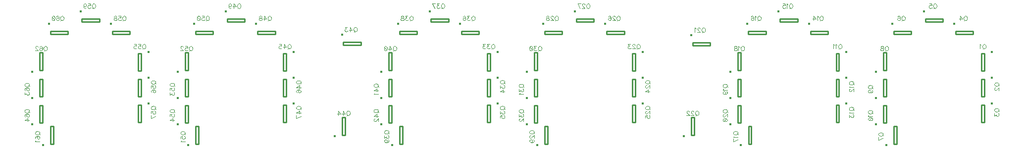
<source format=gbr>
G04 DipTrace 3.1.0.1*
G04 Top-Clock-IN12c.BottomSilk.gbr*
%MOIN*%
G04 #@! TF.FileFunction,Legend,Bot*
G04 #@! TF.Part,Single*
%ADD10C,0.009843*%
%ADD26C,0.015422*%
%ADD28C,0.015404*%
%ADD62C,0.004632*%
%FSLAX26Y26*%
G04*
G70*
G90*
G75*
G01*
G04 BotSilk*
%LPD*%
D26*
X7166381Y1588644D3*
X7116239Y1579443D2*
D10*
Y1461339D1*
X7096554D1*
Y1579443D1*
X7116239D1*
D26*
X7166381Y1415416D3*
X7116239Y1406215D2*
D10*
Y1288110D1*
X7096554D1*
Y1406215D1*
X7116239D1*
D26*
X7166381Y1242188D3*
X7116239Y1232987D2*
D10*
Y1114882D1*
X7096554D1*
Y1232987D1*
X7116239D1*
D28*
X6914348Y1778979D3*
X6923549Y1728837D2*
D10*
X7041654D1*
Y1709152D1*
X6923549D1*
Y1728837D1*
D28*
X6709623Y1861656D3*
X6718824Y1811515D2*
D10*
X6836929D1*
Y1791829D1*
X6718824D1*
Y1811515D1*
D28*
X6497025Y1778979D3*
X6506226Y1728837D2*
D10*
X6624331D1*
Y1709152D1*
X6506226D1*
Y1728837D1*
D26*
X6456296Y960017D3*
X6506438Y969218D2*
D10*
Y1087323D1*
X6526123D1*
Y969218D1*
X6506438D1*
D26*
X6385430Y1456080D3*
X6435572Y1465281D2*
D10*
Y1583386D1*
X6455257D1*
Y1465281D1*
X6435572D1*
D26*
X6385430Y1278915D3*
X6435572Y1288116D2*
D10*
Y1406220D1*
X6455257D1*
Y1288116D1*
X6435572D1*
D26*
X6385430Y1101749D3*
X6435572Y1110950D2*
D10*
Y1229055D1*
X6455257D1*
Y1110950D1*
X6435572D1*
D26*
X6188428Y1588644D3*
X6138286Y1579443D2*
D10*
Y1461339D1*
X6118601D1*
Y1579443D1*
X6138286D1*
D26*
X6188428Y1415416D3*
X6138286Y1406215D2*
D10*
Y1288110D1*
X6118601D1*
Y1406215D1*
X6138286D1*
D26*
X6188428Y1242188D3*
X6138286Y1232987D2*
D10*
Y1114882D1*
X6118601D1*
Y1232987D1*
X6138286D1*
D28*
X5936395Y1778979D3*
X5945596Y1728837D2*
D10*
X6063701D1*
Y1709152D1*
X5945596D1*
Y1728837D1*
D28*
X5731671Y1861656D3*
X5740871Y1811515D2*
D10*
X5858976D1*
Y1791829D1*
X5740871D1*
Y1811515D1*
D28*
X5519072Y1778979D3*
X5528273Y1728837D2*
D10*
X5646378D1*
Y1709152D1*
X5528273D1*
Y1728837D1*
D26*
X5478344Y960017D3*
X5528485Y969218D2*
D10*
Y1087323D1*
X5548171D1*
Y969218D1*
X5528485D1*
D26*
X5407477Y1456080D3*
X5457619Y1465281D2*
D10*
Y1583386D1*
X5477305D1*
Y1465281D1*
X5457619D1*
D26*
X5407477Y1278915D3*
X5457619Y1288116D2*
D10*
Y1406220D1*
X5477305D1*
Y1288116D1*
X5457619D1*
D26*
X5407477Y1101749D3*
X5457619Y1110950D2*
D10*
Y1229055D1*
X5477305D1*
Y1110950D1*
X5457619D1*
D28*
X5142694Y1700063D3*
X5151895Y1649921D2*
D10*
X5270000D1*
Y1630236D1*
X5151895D1*
Y1649921D1*
D26*
X5093480Y1020647D3*
X5143622Y1029848D2*
D10*
Y1147953D1*
X5163307D1*
Y1029848D1*
X5143622D1*
D26*
X4816775Y1588644D3*
X4766633Y1579443D2*
D10*
Y1461339D1*
X4746947D1*
Y1579443D1*
X4766633D1*
D26*
X4816775Y1415416D3*
X4766633Y1406215D2*
D10*
Y1288110D1*
X4746947D1*
Y1406215D1*
X4766633D1*
D26*
X4816775Y1242188D3*
X4766633Y1232987D2*
D10*
Y1114882D1*
X4746947D1*
Y1232987D1*
X4766633D1*
D28*
X4564742Y1778979D3*
X4573942Y1728837D2*
D10*
X4692047D1*
Y1709152D1*
X4573942D1*
Y1728837D1*
D28*
X4360017Y1861656D3*
X4369218Y1811515D2*
D10*
X4487323D1*
Y1791829D1*
X4369218D1*
Y1811515D1*
D28*
X4147419Y1778979D3*
X4156620Y1728837D2*
D10*
X4274724D1*
Y1709152D1*
X4156620D1*
Y1728837D1*
D26*
X4106690Y960017D3*
X4156832Y969218D2*
D10*
Y1087323D1*
X4176517D1*
Y969218D1*
X4156832D1*
D26*
X4035824Y1456080D3*
X4085966Y1465281D2*
D10*
Y1583386D1*
X4105651D1*
Y1465281D1*
X4085966D1*
D26*
X4035824Y1278915D3*
X4085966Y1288116D2*
D10*
Y1406220D1*
X4105651D1*
Y1288116D1*
X4085966D1*
D26*
X4035824Y1101749D3*
X4085966Y1110950D2*
D10*
Y1229055D1*
X4105651D1*
Y1110950D1*
X4085966D1*
D26*
X3838822Y1588644D3*
X3788680Y1579443D2*
D10*
Y1461339D1*
X3768995D1*
Y1579443D1*
X3788680D1*
D26*
X3838822Y1415416D3*
X3788680Y1406215D2*
D10*
Y1288110D1*
X3768995D1*
Y1406215D1*
X3788680D1*
D26*
X3838822Y1242188D3*
X3788680Y1232987D2*
D10*
Y1114882D1*
X3768995D1*
Y1232987D1*
X3788680D1*
D28*
X3586789Y1778979D3*
X3595990Y1728837D2*
D10*
X3714094D1*
Y1709152D1*
X3595990D1*
Y1728837D1*
D28*
X3382064Y1861656D3*
X3391265Y1811515D2*
D10*
X3509370D1*
Y1791829D1*
X3391265D1*
Y1811515D1*
D28*
X3169466Y1778979D3*
X3178667Y1728837D2*
D10*
X3296772D1*
Y1709152D1*
X3178667D1*
Y1728837D1*
D26*
X3128737Y960017D3*
X3178879Y969218D2*
D10*
Y1087323D1*
X3198564D1*
Y969218D1*
X3178879D1*
D26*
X3057871Y1456080D3*
X3108013Y1465281D2*
D10*
Y1583386D1*
X3127698D1*
Y1465281D1*
X3108013D1*
D26*
X3057871Y1278915D3*
X3108013Y1288116D2*
D10*
Y1406220D1*
X3127698D1*
Y1288116D1*
X3108013D1*
D26*
X3057871Y1101749D3*
X3108013Y1110950D2*
D10*
Y1229055D1*
X3127698D1*
Y1110950D1*
X3108013D1*
D28*
X2792301Y1704000D3*
X2801501Y1653858D2*
D10*
X2919606D1*
Y1634173D1*
X2801501D1*
Y1653858D1*
D26*
X2743874Y1020647D3*
X2794016Y1029848D2*
D10*
Y1147953D1*
X2813701D1*
Y1029848D1*
X2794016D1*
D26*
X2467168Y1588644D3*
X2417026Y1579443D2*
D10*
Y1461339D1*
X2397341D1*
Y1579443D1*
X2417026D1*
D26*
X2467168Y1415416D3*
X2417026Y1406215D2*
D10*
Y1288110D1*
X2397341D1*
Y1406215D1*
X2417026D1*
D26*
X2467168Y1242188D3*
X2417026Y1232987D2*
D10*
Y1114882D1*
X2397341D1*
Y1232987D1*
X2417026D1*
D28*
X2215135Y1778979D3*
X2224336Y1728837D2*
D10*
X2342441D1*
Y1709152D1*
X2224336D1*
Y1728837D1*
D28*
X2010411Y1861656D3*
X2019612Y1811515D2*
D10*
X2137717D1*
Y1791829D1*
X2019612D1*
Y1811515D1*
D28*
X1797812Y1778979D3*
X1807013Y1728837D2*
D10*
X1925118D1*
Y1709152D1*
X1807013D1*
Y1728837D1*
D26*
X1757084Y960017D3*
X1807226Y969218D2*
D10*
Y1087323D1*
X1826911D1*
Y969218D1*
X1807226D1*
D26*
X1686218Y1456080D3*
X1736359Y1465281D2*
D10*
Y1583386D1*
X1756045D1*
Y1465281D1*
X1736359D1*
D26*
X1686218Y1278915D3*
X1736359Y1288116D2*
D10*
Y1406220D1*
X1756045D1*
Y1288116D1*
X1736359D1*
D26*
X1686218Y1101749D3*
X1736359Y1110950D2*
D10*
Y1229055D1*
X1756045D1*
Y1110950D1*
X1736359D1*
D26*
X1489215Y1588644D3*
X1439074Y1579443D2*
D10*
Y1461339D1*
X1419388D1*
Y1579443D1*
X1439074D1*
D26*
X1489215Y1415416D3*
X1439074Y1406215D2*
D10*
Y1288110D1*
X1419388D1*
Y1406215D1*
X1439074D1*
D26*
X1489215Y1242188D3*
X1439074Y1232987D2*
D10*
Y1114882D1*
X1419388D1*
Y1232987D1*
X1439074D1*
D28*
X1237183Y1778979D3*
X1246383Y1728837D2*
D10*
X1364488D1*
Y1709152D1*
X1246383D1*
Y1728837D1*
D28*
X1032458Y1861656D3*
X1041659Y1811515D2*
D10*
X1159764D1*
Y1791829D1*
X1041659D1*
Y1811515D1*
D28*
X819860Y1778979D3*
X829060Y1728837D2*
D10*
X947165D1*
Y1709152D1*
X829060D1*
Y1728837D1*
D26*
X779131Y960017D3*
X829273Y969218D2*
D10*
Y1087323D1*
X848958D1*
Y969218D1*
X829273D1*
D26*
X708265Y1456080D3*
X758407Y1465281D2*
D10*
Y1583386D1*
X778092D1*
Y1465281D1*
X758407D1*
D26*
X708265Y1278915D3*
X758407Y1288116D2*
D10*
Y1406220D1*
X778092D1*
Y1288116D1*
X758407D1*
D26*
X708265Y1101749D3*
X758407Y1110950D2*
D10*
Y1229055D1*
X778092D1*
Y1110950D1*
X758407D1*
X7118370Y1640280D2*
D62*
X7121222Y1638888D1*
X7124107Y1636002D1*
X7125533Y1633117D1*
X7126992Y1628806D1*
Y1621643D1*
X7125533Y1617332D1*
X7124107Y1614480D1*
X7121222Y1611595D1*
X7118370Y1610169D1*
X7112633D1*
X7109748Y1611595D1*
X7106896Y1614480D1*
X7105470Y1617332D1*
X7104011Y1621643D1*
Y1628806D1*
X7105470Y1633117D1*
X7106896Y1636002D1*
X7109748Y1638888D1*
X7112633Y1640280D1*
X7118370D1*
X7114059Y1615906D2*
X7105470Y1607284D1*
X7094747Y1634510D2*
X7091862Y1635969D1*
X7087551Y1640247D1*
Y1610136D1*
X7184267Y1373162D2*
X7185660Y1376014D1*
X7188545Y1378899D1*
X7191430Y1380325D1*
X7195741Y1381785D1*
X7202904D1*
X7207215Y1380325D1*
X7210067Y1378899D1*
X7212952Y1376014D1*
X7214378Y1373162D1*
Y1367425D1*
X7212952Y1364540D1*
X7210067Y1361689D1*
X7207215Y1360263D1*
X7202904Y1358803D1*
X7195741D1*
X7191430Y1360263D1*
X7188545Y1361689D1*
X7185660Y1364540D1*
X7184267Y1367426D1*
Y1373162D1*
X7208641Y1368851D2*
X7217263Y1360263D1*
X7191463Y1348081D2*
X7190037D1*
X7187152Y1346655D1*
X7185726Y1345229D1*
X7184300Y1342344D1*
Y1336607D1*
X7185726Y1333755D1*
X7187152Y1332329D1*
X7190037Y1330870D1*
X7192889D1*
X7195774Y1332329D1*
X7200052Y1335181D1*
X7214411Y1349540D1*
Y1329444D1*
X7184267Y1199934D2*
X7185660Y1202786D1*
X7188545Y1205671D1*
X7191430Y1207097D1*
X7195741Y1208556D1*
X7202904D1*
X7207215Y1207097D1*
X7210067Y1205671D1*
X7212952Y1202786D1*
X7214378Y1199934D1*
Y1194197D1*
X7212952Y1191312D1*
X7210067Y1188460D1*
X7207215Y1187034D1*
X7202904Y1185575D1*
X7195741D1*
X7191430Y1187034D1*
X7188545Y1188460D1*
X7185660Y1191312D1*
X7184267Y1194197D1*
Y1199934D1*
X7208641Y1195623D2*
X7217263Y1187034D1*
X7184300Y1173427D2*
Y1157675D1*
X7195774Y1166264D1*
Y1161953D1*
X7197200Y1159101D1*
X7198626Y1157675D1*
X7202937Y1156216D1*
X7205789D1*
X7210100Y1157675D1*
X7212985Y1160527D1*
X7214411Y1164838D1*
Y1169149D1*
X7212985Y1173426D1*
X7211526Y1174852D1*
X7208674Y1176312D1*
X6992411Y1830624D2*
X6995263Y1829231D1*
X6998148Y1826346D1*
X6999574Y1823461D1*
X7001033Y1819150D1*
Y1811987D1*
X6999574Y1807676D1*
X6998148Y1804824D1*
X6995263Y1801939D1*
X6992411Y1800513D1*
X6986674D1*
X6983789Y1801939D1*
X6980937Y1804824D1*
X6979511Y1807676D1*
X6978052Y1811987D1*
Y1819150D1*
X6979511Y1823461D1*
X6980937Y1826346D1*
X6983789Y1829231D1*
X6986674Y1830624D1*
X6992411D1*
X6988100Y1806250D2*
X6979511Y1797628D1*
X6954429Y1800480D2*
Y1830591D1*
X6968788Y1810528D1*
X6947266D1*
X6786973Y1913301D2*
X6789825Y1911909D1*
X6792710Y1909023D1*
X6794136Y1906138D1*
X6795596Y1901827D1*
Y1894664D1*
X6794136Y1890353D1*
X6792710Y1887501D1*
X6789825Y1884616D1*
X6786973Y1883190D1*
X6781236D1*
X6778351Y1884616D1*
X6775500Y1887501D1*
X6774074Y1890353D1*
X6772614Y1894664D1*
Y1901827D1*
X6774074Y1906138D1*
X6775500Y1909023D1*
X6778351Y1911909D1*
X6781236Y1913301D1*
X6786973D1*
X6782662Y1888927D2*
X6774074Y1880305D1*
X6746140Y1913268D2*
X6760466D1*
X6761892Y1900368D1*
X6760466Y1901794D1*
X6756155Y1903253D1*
X6751877D1*
X6747566Y1901794D1*
X6744681Y1898942D1*
X6743255Y1894631D1*
Y1891779D1*
X6744681Y1887468D1*
X6747566Y1884583D1*
X6751877Y1883157D1*
X6756155D1*
X6760466Y1884583D1*
X6761892Y1886042D1*
X6763351Y1888894D1*
X6573645Y1830624D2*
X6576497Y1829231D1*
X6579382Y1826346D1*
X6580808Y1823461D1*
X6582268Y1819150D1*
Y1811987D1*
X6580808Y1807676D1*
X6579382Y1804824D1*
X6576497Y1801939D1*
X6573645Y1800513D1*
X6567909D1*
X6565023Y1801939D1*
X6562172Y1804824D1*
X6560746Y1807676D1*
X6559286Y1811987D1*
Y1819150D1*
X6560746Y1823461D1*
X6562172Y1826346D1*
X6565023Y1829231D1*
X6567909Y1830624D1*
X6573645D1*
X6569334Y1806250D2*
X6560746Y1797628D1*
X6532812Y1826313D2*
X6534238Y1829165D1*
X6538549Y1830591D1*
X6541401D1*
X6545712Y1829165D1*
X6548597Y1824854D1*
X6550023Y1817691D1*
Y1810528D1*
X6548597Y1804791D1*
X6545712Y1801906D1*
X6541401Y1800480D1*
X6539975D1*
X6535697Y1801906D1*
X6532812Y1804791D1*
X6531386Y1809102D1*
Y1810528D1*
X6532812Y1814839D1*
X6535697Y1817691D1*
X6539975Y1819117D1*
X6541401D1*
X6545712Y1817691D1*
X6548597Y1814839D1*
X6550023Y1810528D1*
X6404652Y1037367D2*
X6406044Y1040219D1*
X6408929Y1043104D1*
X6411814Y1044530D1*
X6416125Y1045989D1*
X6423288D1*
X6427599Y1044530D1*
X6430451Y1043104D1*
X6433336Y1040219D1*
X6434762Y1037367D1*
Y1031630D1*
X6433336Y1028745D1*
X6430451Y1025893D1*
X6427599Y1024467D1*
X6423288Y1023008D1*
X6416125D1*
X6411814Y1024467D1*
X6408929Y1025893D1*
X6406044Y1028745D1*
X6404652Y1031630D1*
Y1037367D1*
X6429025Y1033056D2*
X6437647Y1024467D1*
X6434796Y1008008D2*
X6404685Y993649D1*
Y1013745D1*
X6462071Y1627320D2*
X6464923Y1625927D1*
X6467808Y1623042D1*
X6469234Y1620157D1*
X6470693Y1615846D1*
Y1608683D1*
X6469234Y1604372D1*
X6467808Y1601520D1*
X6464923Y1598635D1*
X6462071Y1597209D1*
X6456334D1*
X6453449Y1598635D1*
X6450597Y1601520D1*
X6449171Y1604372D1*
X6447712Y1608683D1*
Y1615846D1*
X6449171Y1620157D1*
X6450597Y1623042D1*
X6453449Y1625927D1*
X6456334Y1627320D1*
X6462071D1*
X6457760Y1602946D2*
X6449171Y1594324D1*
X6431286Y1627287D2*
X6435563Y1625861D1*
X6437023Y1623009D1*
Y1620124D1*
X6435563Y1617272D1*
X6432712Y1615813D1*
X6426975Y1614387D1*
X6422664Y1612961D1*
X6419812Y1610076D1*
X6418386Y1607224D1*
Y1602913D1*
X6419812Y1600061D1*
X6421238Y1598602D1*
X6425549Y1597176D1*
X6431286D1*
X6435563Y1598602D1*
X6437023Y1600061D1*
X6438448Y1602913D1*
Y1607224D1*
X6437023Y1610076D1*
X6434137Y1612961D1*
X6429860Y1614387D1*
X6424123Y1615813D1*
X6421238Y1617272D1*
X6419812Y1620124D1*
Y1623009D1*
X6421238Y1625861D1*
X6425549Y1627287D1*
X6431286D1*
X6333785Y1355552D2*
X6335178Y1358404D1*
X6338063Y1361289D1*
X6340948Y1362715D1*
X6345259Y1364174D1*
X6352422D1*
X6356733Y1362715D1*
X6359585Y1361289D1*
X6362470Y1358404D1*
X6363896Y1355552D1*
Y1349815D1*
X6362470Y1346930D1*
X6359585Y1344078D1*
X6356733Y1342652D1*
X6352422Y1341193D1*
X6345259D1*
X6340948Y1342652D1*
X6338063Y1344078D1*
X6335178Y1346930D1*
X6333785Y1349815D1*
Y1355552D1*
X6358159Y1351241D2*
X6366781Y1342652D1*
X6343833Y1313259D2*
X6348144Y1314718D1*
X6351029Y1317570D1*
X6352455Y1321881D1*
Y1323307D1*
X6351029Y1327618D1*
X6348144Y1330470D1*
X6343833Y1331929D1*
X6342407D1*
X6338096Y1330470D1*
X6335244Y1327618D1*
X6333819Y1323307D1*
Y1321881D1*
X6335244Y1317570D1*
X6338096Y1314718D1*
X6343833Y1313259D1*
X6351029D1*
X6358192Y1314718D1*
X6362503Y1317570D1*
X6363929Y1321881D1*
Y1324733D1*
X6362503Y1329044D1*
X6359618Y1330470D1*
X6333785Y1187329D2*
X6335178Y1190181D1*
X6338063Y1193066D1*
X6340948Y1194492D1*
X6345259Y1195951D1*
X6352422D1*
X6356733Y1194492D1*
X6359585Y1193066D1*
X6362470Y1190181D1*
X6363896Y1187329D1*
Y1181592D1*
X6362470Y1178707D1*
X6359585Y1175855D1*
X6356733Y1174429D1*
X6352422Y1172970D1*
X6345259D1*
X6340948Y1174429D1*
X6338063Y1175855D1*
X6335178Y1178707D1*
X6333785Y1181592D1*
Y1187329D1*
X6358159Y1183018D2*
X6366781Y1174429D1*
X6339556Y1163707D2*
X6338096Y1160822D1*
X6333819Y1156511D1*
X6363929D1*
X6333819Y1138625D2*
X6335244Y1142936D1*
X6339556Y1145821D1*
X6346718Y1147247D1*
X6351029D1*
X6358192Y1145821D1*
X6362503Y1142936D1*
X6363929Y1138625D1*
Y1135773D1*
X6362503Y1131462D1*
X6358192Y1128610D1*
X6351029Y1127151D1*
X6346718D1*
X6339555Y1128610D1*
X6335244Y1131462D1*
X6333819Y1135773D1*
Y1138625D1*
X6339555Y1128610D2*
X6358192Y1145821D1*
X6148647Y1640280D2*
X6151499Y1638888D1*
X6154384Y1636002D1*
X6155810Y1633117D1*
X6157269Y1628806D1*
Y1621643D1*
X6155810Y1617332D1*
X6154384Y1614480D1*
X6151499Y1611595D1*
X6148647Y1610169D1*
X6142910D1*
X6140025Y1611595D1*
X6137173Y1614480D1*
X6135747Y1617332D1*
X6134288Y1621643D1*
Y1628806D1*
X6135747Y1633117D1*
X6137173Y1636002D1*
X6140025Y1638888D1*
X6142910Y1640280D1*
X6148647D1*
X6144336Y1615906D2*
X6135747Y1607284D1*
X6125024Y1634510D2*
X6122139Y1635969D1*
X6117828Y1640247D1*
Y1610136D1*
X6108565Y1634510D2*
X6105680Y1635969D1*
X6101369Y1640247D1*
Y1610136D1*
X6206314Y1381392D2*
X6207707Y1384244D1*
X6210592Y1387129D1*
X6213477Y1388555D1*
X6217788Y1390014D1*
X6224951D1*
X6229262Y1388555D1*
X6232114Y1387129D1*
X6234999Y1384244D1*
X6236425Y1381392D1*
Y1375655D1*
X6234999Y1372770D1*
X6232114Y1369918D1*
X6229262Y1368492D1*
X6224951Y1367033D1*
X6217788D1*
X6213477Y1368492D1*
X6210592Y1369918D1*
X6207707Y1372770D1*
X6206314Y1375655D1*
Y1381392D1*
X6230688Y1377081D2*
X6239310Y1368492D1*
X6212085Y1357770D2*
X6210625Y1354885D1*
X6206348Y1350574D1*
X6236458D1*
X6213510Y1339851D2*
X6212085D1*
X6209199Y1338425D1*
X6207773Y1336999D1*
X6206348Y1334114D1*
Y1328377D1*
X6207773Y1325525D1*
X6209199Y1324099D1*
X6212084Y1322640D1*
X6214936D1*
X6217821Y1324099D1*
X6222099Y1326951D1*
X6236458Y1341310D1*
Y1321214D1*
X6206314Y1208164D2*
X6207707Y1211016D1*
X6210592Y1213901D1*
X6213477Y1215327D1*
X6217788Y1216786D1*
X6224951D1*
X6229262Y1215327D1*
X6232114Y1213901D1*
X6234999Y1211016D1*
X6236425Y1208164D1*
Y1202427D1*
X6234999Y1199542D1*
X6232114Y1196690D1*
X6229262Y1195264D1*
X6224951Y1193805D1*
X6217788D1*
X6213477Y1195264D1*
X6210592Y1196690D1*
X6207707Y1199542D1*
X6206314Y1202427D1*
Y1208164D1*
X6230688Y1203853D2*
X6239310Y1195264D1*
X6212085Y1184541D2*
X6210625Y1181656D1*
X6206348Y1177345D1*
X6236458D1*
X6206348Y1165197D2*
X6206347Y1149445D1*
X6217821Y1158034D1*
Y1153723D1*
X6219247Y1150871D1*
X6220673Y1149445D1*
X6224984Y1147986D1*
X6227836D1*
X6232147Y1149445D1*
X6235032Y1152297D1*
X6236458Y1156608D1*
Y1160919D1*
X6235032Y1165197D1*
X6233573Y1166623D1*
X6230721Y1168082D1*
X6022688Y1830624D2*
X6025540Y1829231D1*
X6028425Y1826346D1*
X6029851Y1823461D1*
X6031310Y1819150D1*
Y1811987D1*
X6029851Y1807676D1*
X6028425Y1804824D1*
X6025540Y1801939D1*
X6022688Y1800513D1*
X6016951D1*
X6014066Y1801939D1*
X6011214Y1804824D1*
X6009788Y1807676D1*
X6008329Y1811987D1*
Y1819150D1*
X6009788Y1823461D1*
X6011214Y1826346D1*
X6014066Y1829231D1*
X6016951Y1830624D1*
X6022688D1*
X6018377Y1806250D2*
X6009788Y1797628D1*
X5999065Y1824854D2*
X5996180Y1826313D1*
X5991869Y1830591D1*
Y1800480D1*
X5968247D2*
Y1830591D1*
X5982606Y1810528D1*
X5961084D1*
X5817251Y1913301D2*
X5820102Y1911909D1*
X5822988Y1909023D1*
X5824413Y1906138D1*
X5825873Y1901827D1*
Y1894664D1*
X5824413Y1890353D1*
X5822988Y1887501D1*
X5820102Y1884616D1*
X5817251Y1883190D1*
X5811514D1*
X5808628Y1884616D1*
X5805777Y1887501D1*
X5804351Y1890353D1*
X5802892Y1894664D1*
Y1901827D1*
X5804351Y1906138D1*
X5805777Y1909023D1*
X5808628Y1911909D1*
X5811514Y1913301D1*
X5817251D1*
X5812940Y1888927D2*
X5804351Y1880305D1*
X5793628Y1907531D2*
X5790743Y1908990D1*
X5786432Y1913268D1*
Y1883157D1*
X5759957Y1913268D2*
X5774283D1*
X5775709Y1900368D1*
X5774283Y1901794D1*
X5769972Y1903253D1*
X5765694D1*
X5761383Y1901794D1*
X5758498Y1898942D1*
X5757072Y1894631D1*
Y1891779D1*
X5758498Y1887468D1*
X5761383Y1884583D1*
X5765694Y1883157D1*
X5769972D1*
X5774283Y1884583D1*
X5775709Y1886042D1*
X5777168Y1888894D1*
X5603923Y1830624D2*
X5606774Y1829231D1*
X5609660Y1826346D1*
X5611085Y1823461D1*
X5612545Y1819150D1*
Y1811987D1*
X5611085Y1807676D1*
X5609660Y1804824D1*
X5606774Y1801939D1*
X5603923Y1800513D1*
X5598186D1*
X5595300Y1801939D1*
X5592449Y1804824D1*
X5591023Y1807676D1*
X5589564Y1811987D1*
Y1819150D1*
X5591023Y1823461D1*
X5592449Y1826346D1*
X5595300Y1829231D1*
X5598186Y1830624D1*
X5603923D1*
X5599612Y1806250D2*
X5591023Y1797628D1*
X5580300Y1824854D2*
X5577415Y1826313D1*
X5573104Y1830591D1*
Y1800480D1*
X5546629Y1826313D2*
X5548055Y1829165D1*
X5552366Y1830591D1*
X5555218D1*
X5559529Y1829165D1*
X5562414Y1824854D1*
X5563840Y1817691D1*
Y1810528D1*
X5562414Y1804791D1*
X5559529Y1801906D1*
X5555218Y1800480D1*
X5553792D1*
X5549514Y1801906D1*
X5546629Y1804791D1*
X5545203Y1809102D1*
Y1810528D1*
X5546629Y1814839D1*
X5549514Y1817691D1*
X5553792Y1819117D1*
X5555218D1*
X5559529Y1817691D1*
X5562414Y1814839D1*
X5563840Y1810528D1*
X5426699Y1045597D2*
X5428092Y1048449D1*
X5430977Y1051334D1*
X5433862Y1052760D1*
X5438173Y1054219D1*
X5445336D1*
X5449647Y1052760D1*
X5452499Y1051334D1*
X5455384Y1048449D1*
X5456810Y1045597D1*
Y1039860D1*
X5455384Y1036975D1*
X5452499Y1034123D1*
X5449647Y1032697D1*
X5445336Y1031238D1*
X5438173D1*
X5433862Y1032697D1*
X5430977Y1034123D1*
X5428092Y1036975D1*
X5426699Y1039860D1*
Y1045597D1*
X5451073Y1041286D2*
X5459695Y1032697D1*
X5432469Y1021974D2*
X5431010Y1019089D1*
X5426732Y1014778D1*
X5456843D1*
Y999778D2*
X5426732Y985419D1*
Y1005515D1*
X5492348Y1627320D2*
X5495200Y1625927D1*
X5498085Y1623042D1*
X5499511Y1620157D1*
X5500970Y1615846D1*
Y1608683D1*
X5499511Y1604372D1*
X5498085Y1601520D1*
X5495200Y1598635D1*
X5492348Y1597209D1*
X5486611D1*
X5483726Y1598635D1*
X5480874Y1601520D1*
X5479448Y1604372D1*
X5477989Y1608683D1*
Y1615846D1*
X5479448Y1620157D1*
X5480874Y1623042D1*
X5483726Y1625927D1*
X5486611Y1627320D1*
X5492348D1*
X5488037Y1602946D2*
X5479448Y1594324D1*
X5468726Y1621550D2*
X5465840Y1623009D1*
X5461529Y1627287D1*
Y1597176D1*
X5445103Y1627287D2*
X5449381Y1625861D1*
X5450840Y1623009D1*
Y1620124D1*
X5449381Y1617272D1*
X5446529Y1615813D1*
X5440792Y1614387D1*
X5436481Y1612961D1*
X5433629Y1610076D1*
X5432203Y1607224D1*
Y1602913D1*
X5433629Y1600061D1*
X5435055Y1598602D1*
X5439366Y1597176D1*
X5445103D1*
X5449381Y1598602D1*
X5450840Y1600061D1*
X5452266Y1602913D1*
Y1607224D1*
X5450840Y1610076D1*
X5447955Y1612961D1*
X5443677Y1614387D1*
X5437940Y1615813D1*
X5435055Y1617272D1*
X5433629Y1620124D1*
Y1623009D1*
X5435055Y1625861D1*
X5439366Y1627287D1*
X5445103D1*
X5355833Y1363782D2*
X5357225Y1366634D1*
X5360110Y1369519D1*
X5362996Y1370945D1*
X5367307Y1372404D1*
X5374469D1*
X5378781Y1370945D1*
X5381632Y1369519D1*
X5384517Y1366634D1*
X5385943Y1363782D1*
Y1358045D1*
X5384517Y1355160D1*
X5381632Y1352308D1*
X5378781Y1350882D1*
X5374469Y1349423D1*
X5367307D1*
X5362996Y1350882D1*
X5360110Y1352308D1*
X5357225Y1355160D1*
X5355833Y1358045D1*
Y1363782D1*
X5380206Y1359471D2*
X5388828Y1350882D1*
X5361603Y1340159D2*
X5360144Y1337274D1*
X5355866Y1332963D1*
X5385977D1*
X5365881Y1305030D2*
X5370192Y1306489D1*
X5373077Y1309341D1*
X5374503Y1313652D1*
Y1315077D1*
X5373077Y1319389D1*
X5370192Y1322240D1*
X5365881Y1323700D1*
X5364455D1*
X5360144Y1322240D1*
X5357292Y1319389D1*
X5355866Y1315078D1*
Y1313652D1*
X5357292Y1309341D1*
X5360144Y1306489D1*
X5365881Y1305030D1*
X5373077D1*
X5380240Y1306489D1*
X5384551Y1309341D1*
X5385977Y1313652D1*
Y1316503D1*
X5384551Y1320814D1*
X5381666Y1322240D1*
X5355833Y1193779D2*
X5357225Y1196631D1*
X5360110Y1199516D1*
X5362996Y1200942D1*
X5367307Y1202401D1*
X5374469D1*
X5378780Y1200942D1*
X5381632Y1199516D1*
X5384517Y1196631D1*
X5385943Y1193779D1*
Y1188042D1*
X5384517Y1185157D1*
X5381632Y1182305D1*
X5378781Y1180879D1*
X5374469Y1179420D1*
X5367307D1*
X5362996Y1180879D1*
X5360110Y1182305D1*
X5357225Y1185157D1*
X5355833Y1188042D1*
Y1193779D1*
X5380206Y1189468D2*
X5388828Y1180879D1*
X5363029Y1168698D2*
X5361603D1*
X5358718Y1167272D1*
X5357292Y1165846D1*
X5355866Y1162961D1*
Y1157224D1*
X5357292Y1154372D1*
X5358718Y1152946D1*
X5361603Y1151487D1*
X5364455D1*
X5367340Y1152946D1*
X5371618Y1155798D1*
X5385977Y1170157D1*
Y1150061D1*
X5355866Y1132175D2*
X5357292Y1136486D1*
X5361603Y1139371D1*
X5368766Y1140797D1*
X5373077D1*
X5380240Y1139371D1*
X5384551Y1136486D1*
X5385977Y1132175D1*
Y1129323D1*
X5384551Y1125012D1*
X5380240Y1122160D1*
X5373077Y1120701D1*
X5368766D1*
X5361603Y1122160D1*
X5357292Y1125012D1*
X5355866Y1129323D1*
Y1132175D1*
X5361603Y1122160D2*
X5380240Y1139371D1*
X5228274Y1751708D2*
X5231126Y1750315D1*
X5234011Y1747430D1*
X5235437Y1744545D1*
X5236896Y1740234D1*
Y1733071D1*
X5235437Y1728760D1*
X5234011Y1725908D1*
X5231126Y1723023D1*
X5228274Y1721597D1*
X5222537D1*
X5219652Y1723023D1*
X5216800Y1725908D1*
X5215374Y1728760D1*
X5213915Y1733071D1*
Y1740234D1*
X5215374Y1744545D1*
X5216800Y1747430D1*
X5219652Y1750315D1*
X5222537Y1751708D1*
X5228274D1*
X5223963Y1727334D2*
X5215374Y1718712D1*
X5203192Y1744512D2*
Y1745938D1*
X5201767Y1748823D1*
X5200341Y1750249D1*
X5197455Y1751675D1*
X5191719D1*
X5188867Y1750249D1*
X5187441Y1748823D1*
X5185982Y1745938D1*
Y1743086D1*
X5187441Y1740201D1*
X5190293Y1735923D1*
X5204652Y1721564D1*
X5184556D1*
X5175292Y1745938D2*
X5172407Y1747397D1*
X5168096Y1751675D1*
Y1721564D1*
X5184817Y1191887D2*
X5187669Y1190494D1*
X5190554Y1187609D1*
X5191980Y1184724D1*
X5193439Y1180413D1*
Y1173250D1*
X5191980Y1168939D1*
X5190554Y1166087D1*
X5187669Y1163202D1*
X5184817Y1161776D1*
X5179080D1*
X5176195Y1163202D1*
X5173343Y1166087D1*
X5171917Y1168939D1*
X5170458Y1173250D1*
Y1180413D1*
X5171917Y1184724D1*
X5173343Y1187609D1*
X5176195Y1190494D1*
X5179080Y1191887D1*
X5184817D1*
X5180506Y1167513D2*
X5171917Y1158891D1*
X5159736Y1184691D2*
Y1186116D1*
X5158310Y1189002D1*
X5156884Y1190427D1*
X5153999Y1191853D1*
X5148262D1*
X5145410Y1190427D1*
X5143984Y1189002D1*
X5142525Y1186116D1*
Y1183265D1*
X5143984Y1180379D1*
X5146836Y1176102D1*
X5161195Y1161743D1*
X5141099D1*
X5130376Y1184691D2*
Y1186116D1*
X5128950Y1189002D1*
X5127524Y1190427D1*
X5124639Y1191853D1*
X5118902D1*
X5116050Y1190427D1*
X5114624Y1189002D1*
X5113165Y1186116D1*
Y1183265D1*
X5114624Y1180379D1*
X5117476Y1176102D1*
X5131835Y1161743D1*
X5111739D1*
X4789893Y1640280D2*
X4792745Y1638888D1*
X4795630Y1636002D1*
X4797056Y1633117D1*
X4798515Y1628806D1*
Y1621643D1*
X4797056Y1617332D1*
X4795630Y1614480D1*
X4792745Y1611595D1*
X4789893Y1610169D1*
X4784156D1*
X4781271Y1611595D1*
X4778419Y1614480D1*
X4776993Y1617332D1*
X4775534Y1621643D1*
Y1628806D1*
X4776993Y1633117D1*
X4778419Y1636002D1*
X4781271Y1638888D1*
X4784156Y1640280D1*
X4789893D1*
X4785582Y1615906D2*
X4776993Y1607284D1*
X4764812Y1633084D2*
Y1634510D1*
X4763386Y1637395D1*
X4761960Y1638821D1*
X4759075Y1640247D1*
X4753338D1*
X4750486Y1638821D1*
X4749060Y1637395D1*
X4747601Y1634510D1*
Y1631658D1*
X4749060Y1628773D1*
X4751912Y1624495D1*
X4766271Y1610136D1*
X4746175D1*
X4734026Y1640247D2*
X4718274D1*
X4726863Y1628773D1*
X4722552D1*
X4719700Y1627347D1*
X4718274Y1625921D1*
X4716815Y1621610D1*
Y1618758D1*
X4718274Y1614447D1*
X4721126Y1611562D1*
X4725437Y1610136D1*
X4729748D1*
X4734026Y1611562D1*
X4735452Y1613021D1*
X4736911Y1615873D1*
X4834661Y1388555D2*
X4836054Y1391407D1*
X4838939Y1394292D1*
X4841824Y1395718D1*
X4846135Y1397177D1*
X4853298D1*
X4857609Y1395718D1*
X4860461Y1394292D1*
X4863346Y1391407D1*
X4864772Y1388555D1*
Y1382818D1*
X4863346Y1379933D1*
X4860461Y1377081D1*
X4857609Y1375655D1*
X4853298Y1374196D1*
X4846135D1*
X4841824Y1375655D1*
X4838939Y1377081D1*
X4836054Y1379933D1*
X4834661Y1382818D1*
Y1388555D1*
X4859035Y1384244D2*
X4867657Y1375655D1*
X4841857Y1363474D2*
X4840431D1*
X4837546Y1362048D1*
X4836120Y1360622D1*
X4834694Y1357737D1*
Y1352000D1*
X4836120Y1349148D1*
X4837546Y1347722D1*
X4840431Y1346263D1*
X4843283D1*
X4846168Y1347722D1*
X4850446Y1350574D1*
X4864805Y1364933D1*
Y1344837D1*
Y1321214D2*
X4834694D1*
X4854757Y1335573D1*
Y1314051D1*
X4834661Y1214614D2*
X4836054Y1217466D1*
X4838939Y1220351D1*
X4841824Y1221777D1*
X4846135Y1223236D1*
X4853298D1*
X4857609Y1221777D1*
X4860461Y1220351D1*
X4863346Y1217466D1*
X4864772Y1214614D1*
Y1208877D1*
X4863346Y1205992D1*
X4860461Y1203140D1*
X4857609Y1201714D1*
X4853298Y1200255D1*
X4846135D1*
X4841824Y1201714D1*
X4838939Y1203140D1*
X4836054Y1205992D1*
X4834661Y1208877D1*
Y1214614D1*
X4859035Y1210303D2*
X4867657Y1201714D1*
X4841857Y1189532D2*
X4840431D1*
X4837546Y1188106D1*
X4836120Y1186680D1*
X4834694Y1183795D1*
Y1178058D1*
X4836120Y1175206D1*
X4837546Y1173780D1*
X4840431Y1172321D1*
X4843283D1*
X4846168Y1173780D1*
X4850446Y1176632D1*
X4864805Y1190991D1*
Y1170895D1*
X4834694Y1144421D2*
Y1158747D1*
X4847594Y1160173D1*
X4846168Y1158747D1*
X4844709Y1154436D1*
Y1150158D1*
X4846168Y1145847D1*
X4849020Y1142962D1*
X4853331Y1141536D1*
X4856183D1*
X4860494Y1142962D1*
X4863379Y1145847D1*
X4864805Y1150158D1*
Y1154436D1*
X4863379Y1158747D1*
X4861920Y1160173D1*
X4859068Y1161632D1*
X4656042Y1830624D2*
X4658894Y1829231D1*
X4661779Y1826346D1*
X4663205Y1823461D1*
X4664664Y1819150D1*
Y1811987D1*
X4663205Y1807676D1*
X4661779Y1804824D1*
X4658894Y1801939D1*
X4656042Y1800513D1*
X4650305D1*
X4647420Y1801939D1*
X4644568Y1804824D1*
X4643142Y1807676D1*
X4641683Y1811987D1*
Y1819150D1*
X4643142Y1823461D1*
X4644568Y1826346D1*
X4647420Y1829231D1*
X4650305Y1830624D1*
X4656042D1*
X4651731Y1806250D2*
X4643142Y1797628D1*
X4630960Y1823428D2*
Y1824854D1*
X4629534Y1827739D1*
X4628108Y1829165D1*
X4625223Y1830591D1*
X4619486D1*
X4616634Y1829165D1*
X4615208Y1827739D1*
X4613749Y1824854D1*
Y1822002D1*
X4615208Y1819117D1*
X4618060Y1814839D1*
X4632419Y1800480D1*
X4612323D1*
X4585849Y1826313D2*
X4587275Y1829165D1*
X4591586Y1830591D1*
X4594438D1*
X4598749Y1829165D1*
X4601634Y1824854D1*
X4603060Y1817691D1*
Y1810528D1*
X4601634Y1804791D1*
X4598749Y1801906D1*
X4594438Y1800480D1*
X4593012D1*
X4588734Y1801906D1*
X4585849Y1804791D1*
X4584423Y1809102D1*
Y1810528D1*
X4585849Y1814839D1*
X4588734Y1817691D1*
X4593012Y1819117D1*
X4594438D1*
X4598749Y1817691D1*
X4601634Y1814839D1*
X4603060Y1810528D1*
X4452047Y1913301D2*
X4454899Y1911909D1*
X4457784Y1909023D1*
X4459210Y1906138D1*
X4460669Y1901827D1*
Y1894664D1*
X4459210Y1890353D1*
X4457784Y1887501D1*
X4454899Y1884616D1*
X4452047Y1883190D1*
X4446310D1*
X4443425Y1884616D1*
X4440573Y1887501D1*
X4439147Y1890353D1*
X4437688Y1894664D1*
Y1901827D1*
X4439147Y1906138D1*
X4440573Y1909023D1*
X4443425Y1911909D1*
X4446310Y1913301D1*
X4452047D1*
X4447736Y1888927D2*
X4439147Y1880305D1*
X4426965Y1906105D2*
Y1907531D1*
X4425539Y1910416D1*
X4424113Y1911842D1*
X4421228Y1913268D1*
X4415491D1*
X4412639Y1911842D1*
X4411213Y1910416D1*
X4409754Y1907531D1*
Y1904679D1*
X4411213Y1901794D1*
X4414065Y1897516D1*
X4428424Y1883157D1*
X4408328D1*
X4393328D2*
X4378969Y1913268D1*
X4399065D1*
X4239432Y1830624D2*
X4242284Y1829231D1*
X4245169Y1826346D1*
X4246595Y1823461D1*
X4248054Y1819150D1*
Y1811987D1*
X4246595Y1807676D1*
X4245169Y1804824D1*
X4242284Y1801939D1*
X4239432Y1800513D1*
X4233695D1*
X4230810Y1801939D1*
X4227958Y1804824D1*
X4226532Y1807676D1*
X4225073Y1811987D1*
Y1819150D1*
X4226532Y1823461D1*
X4227958Y1826346D1*
X4230810Y1829231D1*
X4233695Y1830624D1*
X4239432D1*
X4235121Y1806250D2*
X4226532Y1797628D1*
X4214350Y1823428D2*
Y1824854D1*
X4212924Y1827739D1*
X4211498Y1829165D1*
X4208613Y1830591D1*
X4202876D1*
X4200024Y1829165D1*
X4198598Y1827739D1*
X4197139Y1824854D1*
Y1822002D1*
X4198598Y1819117D1*
X4201450Y1814839D1*
X4215809Y1800480D1*
X4195713D1*
X4179287Y1830591D2*
X4183565Y1829165D1*
X4185024Y1826313D1*
Y1823428D1*
X4183565Y1820576D1*
X4180713Y1819117D1*
X4174976Y1817691D1*
X4170665Y1816265D1*
X4167813Y1813380D1*
X4166387Y1810528D1*
Y1806217D1*
X4167813Y1803365D1*
X4169239Y1801906D1*
X4173550Y1800480D1*
X4179287D1*
X4183565Y1801906D1*
X4185024Y1803365D1*
X4186450Y1806217D1*
Y1810528D1*
X4185024Y1813380D1*
X4182139Y1816265D1*
X4177861Y1817691D1*
X4172124Y1819117D1*
X4169239Y1820576D1*
X4167813Y1823428D1*
Y1826313D1*
X4169239Y1829165D1*
X4173550Y1830591D1*
X4179287D1*
X4055045Y1051334D2*
X4056438Y1054186D1*
X4059323Y1057071D1*
X4062208Y1058497D1*
X4066519Y1059956D1*
X4073682D1*
X4077993Y1058497D1*
X4080845Y1057071D1*
X4083730Y1054186D1*
X4085156Y1051334D1*
Y1045597D1*
X4083730Y1042712D1*
X4080845Y1039860D1*
X4077993Y1038434D1*
X4073682Y1036975D1*
X4066519D1*
X4062208Y1038434D1*
X4059323Y1039860D1*
X4056438Y1042712D1*
X4055045Y1045597D1*
Y1051334D1*
X4079419Y1047023D2*
X4088041Y1038434D1*
X4062241Y1026252D2*
X4060815D1*
X4057930Y1024826D1*
X4056504Y1023400D1*
X4055078Y1020515D1*
Y1014778D1*
X4056504Y1011926D1*
X4057930Y1010501D1*
X4060815Y1009041D1*
X4063667D1*
X4066552Y1010501D1*
X4070830Y1013352D1*
X4085189Y1027711D1*
Y1007615D1*
X4065093Y979682D2*
X4069404Y981141D1*
X4072289Y983993D1*
X4073715Y988304D1*
Y989730D1*
X4072289Y994041D1*
X4069404Y996893D1*
X4065093Y998352D1*
X4063667D1*
X4059356Y996893D1*
X4056504Y994041D1*
X4055078Y989730D1*
Y988304D1*
X4056504Y983993D1*
X4059356Y981141D1*
X4065093Y979682D1*
X4072289D1*
X4079452Y981141D1*
X4083763Y983993D1*
X4085189Y988304D1*
Y991156D1*
X4083763Y995467D1*
X4080878Y996893D1*
X4127161Y1627320D2*
X4130013Y1625927D1*
X4132898Y1623042D1*
X4134324Y1620157D1*
X4135783Y1615846D1*
Y1608683D1*
X4134324Y1604372D1*
X4132898Y1601520D1*
X4130013Y1598635D1*
X4127161Y1597209D1*
X4121424D1*
X4118539Y1598635D1*
X4115687Y1601520D1*
X4114261Y1604372D1*
X4112802Y1608683D1*
Y1615846D1*
X4114261Y1620157D1*
X4115687Y1623042D1*
X4118539Y1625927D1*
X4121424Y1627320D1*
X4127161D1*
X4122850Y1602946D2*
X4114261Y1594324D1*
X4100653Y1627287D2*
X4084902D1*
X4093491Y1615813D1*
X4089180D1*
X4086328Y1614387D1*
X4084902Y1612961D1*
X4083443Y1608650D1*
Y1605798D1*
X4084902Y1601487D1*
X4087754Y1598602D1*
X4092065Y1597176D1*
X4096376D1*
X4100653Y1598602D1*
X4102079Y1600061D1*
X4103539Y1602913D1*
X4065557Y1627287D2*
X4069868Y1625861D1*
X4072753Y1621550D1*
X4074179Y1614387D1*
Y1610076D1*
X4072753Y1602913D1*
X4069868Y1598602D1*
X4065557Y1597176D1*
X4062705D1*
X4058394Y1598602D1*
X4055542Y1602913D1*
X4054083Y1610076D1*
Y1614387D1*
X4055542Y1621550D1*
X4058394Y1625861D1*
X4062705Y1627287D1*
X4065557D1*
X4055542Y1621550D2*
X4072753Y1602913D1*
X3984179Y1364495D2*
X3985572Y1367347D1*
X3988457Y1370232D1*
X3991342Y1371658D1*
X3995653Y1373117D1*
X4002816D1*
X4007127Y1371658D1*
X4009979Y1370232D1*
X4012864Y1367347D1*
X4014290Y1364495D1*
Y1358758D1*
X4012864Y1355873D1*
X4009979Y1353021D1*
X4007127Y1351595D1*
X4002816Y1350136D1*
X3995653D1*
X3991342Y1351595D1*
X3988457Y1353021D1*
X3985572Y1355873D1*
X3984179Y1358758D1*
Y1364495D1*
X4008553Y1360184D2*
X4017175Y1351595D1*
X3984212Y1337987D2*
Y1322235D1*
X3995686Y1330824D1*
Y1326513D1*
X3997112Y1323661D1*
X3998538Y1322235D1*
X4002849Y1320776D1*
X4005701D1*
X4010012Y1322235D1*
X4012897Y1325087D1*
X4014323Y1329398D1*
Y1333709D1*
X4012897Y1337987D1*
X4011438Y1339413D1*
X4008586Y1340872D1*
X3989949Y1311513D2*
X3988490Y1308628D1*
X3984212Y1304317D1*
X4014323D1*
X3984179Y1193779D2*
X3985572Y1196631D1*
X3988457Y1199516D1*
X3991342Y1200942D1*
X3995653Y1202401D1*
X4002816D1*
X4007127Y1200942D1*
X4009979Y1199516D1*
X4012864Y1196631D1*
X4014290Y1193779D1*
Y1188042D1*
X4012864Y1185157D1*
X4009979Y1182305D1*
X4007127Y1180879D1*
X4002816Y1179420D1*
X3995653D1*
X3991342Y1180879D1*
X3988457Y1182305D1*
X3985572Y1185157D1*
X3984179Y1188042D1*
Y1193779D1*
X4008553Y1189468D2*
X4017175Y1180879D1*
X3984212Y1167272D2*
Y1151520D1*
X3995686Y1160109D1*
Y1155798D1*
X3997112Y1152946D1*
X3998538Y1151520D1*
X4002849Y1150061D1*
X4005701D1*
X4010012Y1151520D1*
X4012897Y1154372D1*
X4014323Y1158683D1*
Y1162994D1*
X4012897Y1167272D1*
X4011438Y1168698D1*
X4008586Y1170157D1*
X3991375Y1139338D2*
X3989949D1*
X3987064Y1137912D1*
X3985638Y1136486D1*
X3984212Y1133601D1*
Y1127864D1*
X3985638Y1125012D1*
X3987064Y1123586D1*
X3989949Y1122127D1*
X3992801D1*
X3995686Y1123586D1*
X3999964Y1126438D1*
X4014323Y1140797D1*
Y1120701D1*
X3811941Y1640280D2*
X3814793Y1638888D1*
X3817678Y1636002D1*
X3819104Y1633117D1*
X3820563Y1628806D1*
Y1621643D1*
X3819104Y1617332D1*
X3817678Y1614480D1*
X3814793Y1611595D1*
X3811941Y1610169D1*
X3806204D1*
X3803319Y1611595D1*
X3800467Y1614480D1*
X3799041Y1617332D1*
X3797582Y1621643D1*
Y1628806D1*
X3799041Y1633117D1*
X3800467Y1636002D1*
X3803319Y1638888D1*
X3806204Y1640280D1*
X3811941D1*
X3807630Y1615906D2*
X3799041Y1607284D1*
X3785433Y1640247D2*
X3769681D1*
X3778270Y1628773D1*
X3773959D1*
X3771107Y1627347D1*
X3769681Y1625921D1*
X3768222Y1621610D1*
Y1618758D1*
X3769681Y1614447D1*
X3772533Y1611562D1*
X3776844Y1610136D1*
X3781155D1*
X3785433Y1611562D1*
X3786859Y1613021D1*
X3788318Y1615873D1*
X3756073Y1640247D2*
X3740322D1*
X3748911Y1628773D1*
X3744599D1*
X3741748Y1627347D1*
X3740322Y1625921D1*
X3738863Y1621610D1*
Y1618758D1*
X3740322Y1614447D1*
X3743174Y1611562D1*
X3747485Y1610136D1*
X3751796D1*
X3756073Y1611562D1*
X3757499Y1613021D1*
X3758959Y1615873D1*
X3856708Y1388555D2*
X3858101Y1391407D1*
X3860986Y1394292D1*
X3863871Y1395718D1*
X3868182Y1397177D1*
X3875345D1*
X3879656Y1395718D1*
X3882508Y1394292D1*
X3885393Y1391407D1*
X3886819Y1388555D1*
Y1382818D1*
X3885393Y1379933D1*
X3882508Y1377081D1*
X3879656Y1375655D1*
X3875345Y1374196D1*
X3868182D1*
X3863871Y1375655D1*
X3860986Y1377081D1*
X3858101Y1379933D1*
X3856708Y1382818D1*
Y1388555D1*
X3881082Y1384244D2*
X3889704Y1375655D1*
X3856741Y1362048D2*
Y1346296D1*
X3868215Y1354885D1*
Y1350574D1*
X3869641Y1347722D1*
X3871067Y1346296D1*
X3875378Y1344837D1*
X3878230D1*
X3882541Y1346296D1*
X3885426Y1349148D1*
X3886852Y1353459D1*
Y1357770D1*
X3885426Y1362048D1*
X3883967Y1363474D1*
X3881115Y1364933D1*
X3886852Y1321214D2*
X3856741D1*
X3876804Y1335573D1*
Y1314051D1*
X3856708Y1214614D2*
X3858101Y1217466D1*
X3860986Y1220351D1*
X3863871Y1221777D1*
X3868182Y1223236D1*
X3875345D1*
X3879656Y1221777D1*
X3882508Y1220351D1*
X3885393Y1217466D1*
X3886819Y1214614D1*
Y1208877D1*
X3885393Y1205992D1*
X3882508Y1203140D1*
X3879656Y1201714D1*
X3875345Y1200255D1*
X3868182D1*
X3863871Y1201714D1*
X3860986Y1203140D1*
X3858101Y1205992D1*
X3856708Y1208877D1*
Y1214614D1*
X3881082Y1210303D2*
X3889704Y1201714D1*
X3856741Y1188106D2*
Y1172354D1*
X3868215Y1180943D1*
Y1176632D1*
X3869641Y1173780D1*
X3871067Y1172354D1*
X3875378Y1170895D1*
X3878230D1*
X3882541Y1172354D1*
X3885426Y1175206D1*
X3886852Y1179517D1*
Y1183828D1*
X3885426Y1188106D1*
X3883967Y1189532D1*
X3881115Y1190991D1*
X3856741Y1144421D2*
Y1158747D1*
X3869641Y1160173D1*
X3868215Y1158747D1*
X3866756Y1154436D1*
Y1150158D1*
X3868215Y1145847D1*
X3871067Y1142962D1*
X3875378Y1141536D1*
X3878230D1*
X3882541Y1142962D1*
X3885426Y1145847D1*
X3886852Y1150158D1*
Y1154436D1*
X3885426Y1158747D1*
X3883967Y1160173D1*
X3881115Y1161632D1*
X3678089Y1830624D2*
X3680941Y1829231D1*
X3683826Y1826346D1*
X3685252Y1823461D1*
X3686711Y1819150D1*
Y1811987D1*
X3685252Y1807676D1*
X3683826Y1804824D1*
X3680941Y1801939D1*
X3678089Y1800513D1*
X3672352D1*
X3669467Y1801939D1*
X3666615Y1804824D1*
X3665189Y1807676D1*
X3663730Y1811987D1*
Y1819150D1*
X3665189Y1823461D1*
X3666615Y1826346D1*
X3669467Y1829231D1*
X3672352Y1830624D1*
X3678089D1*
X3673778Y1806250D2*
X3665189Y1797628D1*
X3651581Y1830591D2*
X3635830D1*
X3644418Y1819117D1*
X3640107D1*
X3637256Y1817691D1*
X3635830Y1816265D1*
X3634370Y1811954D1*
Y1809102D1*
X3635830Y1804791D1*
X3638681Y1801906D1*
X3642993Y1800480D1*
X3647304D1*
X3651581Y1801906D1*
X3653007Y1803365D1*
X3654466Y1806217D1*
X3607896Y1826313D2*
X3609322Y1829165D1*
X3613633Y1830591D1*
X3616485D1*
X3620796Y1829165D1*
X3623681Y1824854D1*
X3625107Y1817691D1*
Y1810528D1*
X3623681Y1804791D1*
X3620796Y1801906D1*
X3616485Y1800480D1*
X3615059D1*
X3610781Y1801906D1*
X3607896Y1804791D1*
X3606470Y1809102D1*
Y1810528D1*
X3607896Y1814839D1*
X3610781Y1817691D1*
X3615059Y1819117D1*
X3616485D1*
X3620796Y1817691D1*
X3623681Y1814839D1*
X3625107Y1810528D1*
X3474094Y1913301D2*
X3476946Y1911909D1*
X3479831Y1909023D1*
X3481257Y1906138D1*
X3482716Y1901827D1*
Y1894664D1*
X3481257Y1890353D1*
X3479831Y1887501D1*
X3476946Y1884616D1*
X3474094Y1883190D1*
X3468357D1*
X3465472Y1884616D1*
X3462620Y1887501D1*
X3461194Y1890353D1*
X3459735Y1894664D1*
Y1901827D1*
X3461194Y1906138D1*
X3462620Y1909023D1*
X3465472Y1911909D1*
X3468357Y1913301D1*
X3474094D1*
X3469783Y1888927D2*
X3461194Y1880305D1*
X3447587Y1913268D2*
X3431835D1*
X3440424Y1901794D1*
X3436113D1*
X3433261Y1900368D1*
X3431835Y1898942D1*
X3430376Y1894631D1*
Y1891779D1*
X3431835Y1887468D1*
X3434687Y1884583D1*
X3438998Y1883157D1*
X3443309D1*
X3447587Y1884583D1*
X3449012Y1886042D1*
X3450472Y1888894D1*
X3415375Y1883157D2*
X3401016Y1913268D1*
X3421112D1*
X3261479Y1830624D2*
X3264331Y1829231D1*
X3267216Y1826346D1*
X3268642Y1823461D1*
X3270101Y1819150D1*
Y1811987D1*
X3268642Y1807676D1*
X3267216Y1804824D1*
X3264331Y1801939D1*
X3261479Y1800513D1*
X3255742D1*
X3252857Y1801939D1*
X3250005Y1804824D1*
X3248579Y1807676D1*
X3247120Y1811987D1*
Y1819150D1*
X3248579Y1823461D1*
X3250005Y1826346D1*
X3252857Y1829231D1*
X3255742Y1830624D1*
X3261479D1*
X3257168Y1806250D2*
X3248579Y1797628D1*
X3234972Y1830591D2*
X3219220D1*
X3227809Y1819117D1*
X3223498D1*
X3220646Y1817691D1*
X3219220Y1816265D1*
X3217761Y1811954D1*
Y1809102D1*
X3219220Y1804791D1*
X3222072Y1801906D1*
X3226383Y1800480D1*
X3230694D1*
X3234972Y1801906D1*
X3236397Y1803365D1*
X3237857Y1806217D1*
X3201334Y1830591D2*
X3205612Y1829165D1*
X3207071Y1826313D1*
Y1823428D1*
X3205612Y1820576D1*
X3202760Y1819117D1*
X3197023Y1817691D1*
X3192712Y1816265D1*
X3189860Y1813380D1*
X3188434Y1810528D1*
Y1806217D1*
X3189860Y1803365D1*
X3191286Y1801906D1*
X3195597Y1800480D1*
X3201334D1*
X3205612Y1801906D1*
X3207071Y1803365D1*
X3208497Y1806217D1*
Y1810528D1*
X3207071Y1813380D1*
X3204186Y1816265D1*
X3199908Y1817691D1*
X3194171Y1819117D1*
X3191286Y1820576D1*
X3189860Y1823428D1*
Y1826313D1*
X3191286Y1829165D1*
X3195597Y1830591D1*
X3201334D1*
X3077092Y1051334D2*
X3078485Y1054186D1*
X3081370Y1057071D1*
X3084255Y1058497D1*
X3088566Y1059956D1*
X3095729D1*
X3100040Y1058497D1*
X3102892Y1057071D1*
X3105777Y1054186D1*
X3107203Y1051334D1*
Y1045597D1*
X3105777Y1042712D1*
X3102892Y1039860D1*
X3100040Y1038434D1*
X3095729Y1036975D1*
X3088566D1*
X3084255Y1038434D1*
X3081370Y1039860D1*
X3078485Y1042712D1*
X3077092Y1045597D1*
Y1051334D1*
X3101466Y1047023D2*
X3110088Y1038434D1*
X3077126Y1024826D2*
Y1009075D1*
X3088600Y1017663D1*
Y1013352D1*
X3090026Y1010501D1*
X3091451Y1009075D1*
X3095763Y1007615D1*
X3098614D1*
X3102925Y1009075D1*
X3105810Y1011926D1*
X3107236Y1016237D1*
Y1020548D1*
X3105810Y1024826D1*
X3104351Y1026252D1*
X3101499Y1027711D1*
X3087140Y979682D2*
X3091451Y981141D1*
X3094337Y983993D1*
X3095762Y988304D1*
Y989730D1*
X3094337Y994041D1*
X3091451Y996893D1*
X3087140Y998352D1*
X3085715D1*
X3081403Y996893D1*
X3078552Y994041D1*
X3077126Y989730D1*
Y988304D1*
X3078552Y983993D1*
X3081403Y981141D1*
X3087140Y979682D1*
X3094336D1*
X3101499Y981141D1*
X3105810Y983993D1*
X3107236Y988304D1*
Y991156D1*
X3105811Y995467D1*
X3102925Y996893D1*
X3149921Y1627320D2*
X3152773Y1625927D1*
X3155658Y1623042D1*
X3157084Y1620157D1*
X3158543Y1615846D1*
Y1608683D1*
X3157084Y1604372D1*
X3155658Y1601520D1*
X3152773Y1598635D1*
X3149921Y1597209D1*
X3144184D1*
X3141299Y1598635D1*
X3138447Y1601520D1*
X3137021Y1604372D1*
X3135562Y1608683D1*
Y1615846D1*
X3137021Y1620157D1*
X3138447Y1623042D1*
X3141299Y1625927D1*
X3144184Y1627320D1*
X3149921D1*
X3145610Y1602946D2*
X3137021Y1594324D1*
X3111940Y1597176D2*
Y1627287D1*
X3126299Y1607224D1*
X3104777D1*
X3086891Y1627287D2*
X3091202Y1625861D1*
X3094087Y1621550D1*
X3095513Y1614387D1*
Y1610076D1*
X3094087Y1602913D1*
X3091202Y1598602D1*
X3086891Y1597176D1*
X3084039D1*
X3079728Y1598602D1*
X3076876Y1602913D1*
X3075417Y1610076D1*
Y1614387D1*
X3076876Y1621550D1*
X3079728Y1625861D1*
X3084039Y1627287D1*
X3086891D1*
X3076876Y1621550D2*
X3094087Y1602913D1*
X3006226Y1365208D2*
X3007619Y1368060D1*
X3010504Y1370945D1*
X3013389Y1372371D1*
X3017700Y1373830D1*
X3024863D1*
X3029174Y1372371D1*
X3032026Y1370945D1*
X3034911Y1368060D1*
X3036337Y1365208D1*
Y1359471D1*
X3034911Y1356586D1*
X3032026Y1353734D1*
X3029174Y1352308D1*
X3024863Y1350849D1*
X3017700D1*
X3013389Y1352308D1*
X3010504Y1353734D1*
X3007619Y1356586D1*
X3006226Y1359471D1*
Y1365208D1*
X3030600Y1360897D2*
X3039222Y1352308D1*
X3036370Y1327226D2*
X3006259D1*
X3026322Y1341585D1*
Y1320063D1*
X3011996Y1310800D2*
X3010537Y1307915D1*
X3006259Y1303604D1*
X3036370D1*
X3006226Y1194492D2*
X3007619Y1197344D1*
X3010504Y1200229D1*
X3013389Y1201655D1*
X3017700Y1203114D1*
X3024863D1*
X3029174Y1201655D1*
X3032026Y1200229D1*
X3034911Y1197344D1*
X3036337Y1194492D1*
Y1188755D1*
X3034911Y1185870D1*
X3032026Y1183018D1*
X3029174Y1181592D1*
X3024863Y1180133D1*
X3017700D1*
X3013389Y1181592D1*
X3010504Y1183018D1*
X3007619Y1185870D1*
X3006226Y1188755D1*
Y1194492D1*
X3030600Y1190181D2*
X3039222Y1181592D1*
X3036370Y1156511D2*
X3006259D1*
X3026322Y1170870D1*
Y1149348D1*
X3013422Y1138625D2*
X3011996D1*
X3009111Y1137199D1*
X3007685Y1135773D1*
X3006259Y1132888D1*
Y1127151D1*
X3007685Y1124299D1*
X3009111Y1122873D1*
X3011996Y1121414D1*
X3014848D1*
X3017733Y1122873D1*
X3022011Y1125725D1*
X3036370Y1140084D1*
Y1119988D1*
X2885043Y1755645D2*
X2887895Y1754252D1*
X2890780Y1751367D1*
X2892206Y1748482D1*
X2893665Y1744171D1*
Y1737008D1*
X2892206Y1732697D1*
X2890780Y1729845D1*
X2887895Y1726960D1*
X2885043Y1725534D1*
X2879306D1*
X2876421Y1726960D1*
X2873569Y1729845D1*
X2872143Y1732697D1*
X2870684Y1737008D1*
Y1744171D1*
X2872143Y1748482D1*
X2873569Y1751367D1*
X2876421Y1754252D1*
X2879306Y1755645D1*
X2885043D1*
X2880732Y1731271D2*
X2872143Y1722649D1*
X2847062Y1725501D2*
Y1755612D1*
X2861421Y1735549D1*
X2839899D1*
X2827750Y1755612D2*
X2811998D1*
X2820587Y1744138D1*
X2816276D1*
X2813424Y1742712D1*
X2811998Y1741286D1*
X2810539Y1736975D1*
Y1734123D1*
X2811998Y1729812D1*
X2814850Y1726927D1*
X2819161Y1725501D1*
X2823472D1*
X2827750Y1726927D1*
X2829176Y1728386D1*
X2830635Y1731238D1*
X2836637Y1191887D2*
X2839489Y1190494D1*
X2842374Y1187609D1*
X2843800Y1184724D1*
X2845259Y1180413D1*
Y1173250D1*
X2843800Y1168939D1*
X2842374Y1166087D1*
X2839489Y1163202D1*
X2836637Y1161776D1*
X2830900D1*
X2828015Y1163202D1*
X2825163Y1166087D1*
X2823737Y1168939D1*
X2822278Y1173250D1*
Y1180413D1*
X2823737Y1184724D1*
X2825163Y1187609D1*
X2828015Y1190494D1*
X2830900Y1191887D1*
X2836637D1*
X2832326Y1167513D2*
X2823737Y1158891D1*
X2798655Y1161743D2*
Y1191853D1*
X2813014Y1171791D1*
X2791492D1*
X2767870Y1161743D2*
Y1191853D1*
X2782229Y1171791D1*
X2760707D1*
X2441000Y1640280D2*
X2443852Y1638888D1*
X2446737Y1636002D1*
X2448163Y1633117D1*
X2449622Y1628806D1*
Y1621643D1*
X2448163Y1617332D1*
X2446737Y1614480D1*
X2443852Y1611595D1*
X2441000Y1610169D1*
X2435263D1*
X2432378Y1611595D1*
X2429526Y1614480D1*
X2428100Y1617332D1*
X2426641Y1621643D1*
Y1628806D1*
X2428100Y1633117D1*
X2429526Y1636002D1*
X2432378Y1638888D1*
X2435263Y1640280D1*
X2441000D1*
X2436689Y1615906D2*
X2428100Y1607284D1*
X2403018Y1610136D2*
Y1640247D1*
X2417377Y1620184D1*
X2395856D1*
X2369381Y1640247D2*
X2383707D1*
X2385133Y1627347D1*
X2383707Y1628773D1*
X2379396Y1630232D1*
X2375118D1*
X2370807Y1628773D1*
X2367922Y1625921D1*
X2366496Y1621610D1*
Y1618758D1*
X2367922Y1614447D1*
X2370807Y1611562D1*
X2375118Y1610136D1*
X2379396D1*
X2383707Y1611562D1*
X2385133Y1613021D1*
X2386592Y1615873D1*
X2485055Y1387826D2*
X2486447Y1390678D1*
X2489332Y1393563D1*
X2492217Y1394989D1*
X2496528Y1396448D1*
X2503691D1*
X2508002Y1394989D1*
X2510854Y1393563D1*
X2513739Y1390678D1*
X2515165Y1387826D1*
Y1382089D1*
X2513739Y1379204D1*
X2510854Y1376352D1*
X2508002Y1374926D1*
X2503691Y1373467D1*
X2496528D1*
X2492217Y1374926D1*
X2489332Y1376352D1*
X2486447Y1379204D1*
X2485055Y1382089D1*
Y1387826D1*
X2509428Y1383515D2*
X2518050Y1374926D1*
X2515199Y1349844D2*
X2485088D1*
X2505151Y1364203D1*
Y1342681D1*
X2489366Y1316207D2*
X2486514Y1317633D1*
X2485088Y1321944D1*
Y1324796D1*
X2486514Y1329107D1*
X2490825Y1331992D1*
X2497988Y1333418D1*
X2505151D1*
X2510888Y1331992D1*
X2513773Y1329107D1*
X2515199Y1324796D1*
Y1323370D1*
X2513773Y1319092D1*
X2510887Y1316207D1*
X2506576Y1314781D1*
X2505150D1*
X2500839Y1316207D1*
X2497988Y1319092D1*
X2496562Y1323370D1*
Y1324796D1*
X2497988Y1329107D1*
X2500840Y1331992D1*
X2505151Y1333418D1*
X2485055Y1215327D2*
X2486447Y1218179D1*
X2489332Y1221064D1*
X2492217Y1222490D1*
X2496528Y1223949D1*
X2503691D1*
X2508002Y1222490D1*
X2510854Y1221064D1*
X2513739Y1218179D1*
X2515165Y1215327D1*
Y1209590D1*
X2513739Y1206705D1*
X2510854Y1203853D1*
X2508002Y1202427D1*
X2503691Y1200968D1*
X2496528D1*
X2492217Y1202427D1*
X2489332Y1203853D1*
X2486447Y1206705D1*
X2485055Y1209590D1*
Y1215327D1*
X2509428Y1211016D2*
X2518050Y1202427D1*
X2515199Y1177345D2*
X2485088D1*
X2505151Y1191704D1*
Y1170182D1*
X2515199Y1155182D2*
X2485088Y1140823D1*
Y1160919D1*
X2307861Y1830624D2*
X2310713Y1829231D1*
X2313598Y1826346D1*
X2315024Y1823461D1*
X2316483Y1819150D1*
Y1811987D1*
X2315024Y1807676D1*
X2313598Y1804824D1*
X2310713Y1801939D1*
X2307861Y1800513D1*
X2302124D1*
X2299239Y1801939D1*
X2296387Y1804824D1*
X2294962Y1807676D1*
X2293502Y1811987D1*
Y1819150D1*
X2294962Y1823461D1*
X2296387Y1826346D1*
X2299239Y1829231D1*
X2302124Y1830624D1*
X2307861D1*
X2303550Y1806250D2*
X2294962Y1797628D1*
X2269880Y1800480D2*
Y1830591D1*
X2284239Y1810528D1*
X2262717D1*
X2246290Y1830591D2*
X2250568Y1829165D1*
X2252027Y1826313D1*
Y1823428D1*
X2250568Y1820576D1*
X2247716Y1819117D1*
X2241979Y1817691D1*
X2237668Y1816265D1*
X2234816Y1813380D1*
X2233391Y1810528D1*
Y1806217D1*
X2234816Y1803365D1*
X2236242Y1801906D1*
X2240553Y1800480D1*
X2246290D1*
X2250568Y1801906D1*
X2252027Y1803365D1*
X2253453Y1806217D1*
Y1810528D1*
X2252027Y1813380D1*
X2249142Y1816265D1*
X2244864Y1817691D1*
X2239128Y1819117D1*
X2236242Y1820576D1*
X2234816Y1823428D1*
Y1826313D1*
X2236242Y1829165D1*
X2240553Y1830591D1*
X2246290D1*
X2102441Y1913301D2*
X2105293Y1911909D1*
X2108178Y1909023D1*
X2109604Y1906138D1*
X2111063Y1901827D1*
Y1894664D1*
X2109604Y1890353D1*
X2108178Y1887501D1*
X2105293Y1884616D1*
X2102441Y1883190D1*
X2096704D1*
X2093819Y1884616D1*
X2090967Y1887501D1*
X2089541Y1890353D1*
X2088082Y1894664D1*
Y1901827D1*
X2089541Y1906138D1*
X2090967Y1909023D1*
X2093819Y1911909D1*
X2096704Y1913301D1*
X2102441D1*
X2098130Y1888927D2*
X2089541Y1880305D1*
X2064459Y1883157D2*
Y1913268D1*
X2078818Y1893205D1*
X2057296D1*
X2029363Y1903253D2*
X2030822Y1898942D1*
X2033674Y1896057D1*
X2037985Y1894631D1*
X2039411D1*
X2043722Y1896057D1*
X2046573Y1898942D1*
X2048033Y1903253D1*
Y1904679D1*
X2046573Y1908990D1*
X2043722Y1911842D1*
X2039411Y1913268D1*
X2037985D1*
X2033674Y1911842D1*
X2030822Y1908990D1*
X2029363Y1903253D1*
Y1896057D1*
X2030822Y1888894D1*
X2033674Y1884583D1*
X2037985Y1883157D1*
X2040836D1*
X2045147Y1884583D1*
X2046573Y1887468D1*
X1889842Y1830624D2*
X1892694Y1829231D1*
X1895579Y1826346D1*
X1897005Y1823461D1*
X1898464Y1819150D1*
Y1811987D1*
X1897005Y1807676D1*
X1895579Y1804824D1*
X1892694Y1801939D1*
X1889842Y1800513D1*
X1884105D1*
X1881220Y1801939D1*
X1878368Y1804824D1*
X1876942Y1807676D1*
X1875483Y1811987D1*
Y1819150D1*
X1876942Y1823461D1*
X1878368Y1826346D1*
X1881220Y1829231D1*
X1884105Y1830624D1*
X1889842D1*
X1885531Y1806250D2*
X1876942Y1797628D1*
X1849009Y1830591D2*
X1863335D1*
X1864761Y1817691D1*
X1863335Y1819117D1*
X1859024Y1820576D1*
X1854746D1*
X1850435Y1819117D1*
X1847550Y1816265D1*
X1846124Y1811954D1*
Y1809102D1*
X1847550Y1804791D1*
X1850435Y1801906D1*
X1854746Y1800480D1*
X1859024D1*
X1863335Y1801906D1*
X1864761Y1803365D1*
X1866220Y1806217D1*
X1828238Y1830591D2*
X1832549Y1829165D1*
X1835434Y1824854D1*
X1836860Y1817691D1*
Y1813380D1*
X1835434Y1806217D1*
X1832549Y1801906D1*
X1828238Y1800480D1*
X1825386D1*
X1821075Y1801906D1*
X1818223Y1806217D1*
X1816764Y1813380D1*
Y1817691D1*
X1818223Y1824854D1*
X1821075Y1829165D1*
X1825386Y1830591D1*
X1828238D1*
X1818223Y1824854D2*
X1835434Y1806217D1*
X1705439Y1045597D2*
X1706832Y1048449D1*
X1709717Y1051334D1*
X1712602Y1052760D1*
X1716913Y1054219D1*
X1724076D1*
X1728387Y1052760D1*
X1731239Y1051334D1*
X1734124Y1048449D1*
X1735550Y1045597D1*
Y1039860D1*
X1734124Y1036975D1*
X1731239Y1034123D1*
X1728387Y1032697D1*
X1724076Y1031238D1*
X1716913D1*
X1712602Y1032697D1*
X1709717Y1034123D1*
X1706832Y1036975D1*
X1705439Y1039860D1*
Y1045597D1*
X1729813Y1041286D2*
X1738435Y1032697D1*
X1705472Y1004764D2*
Y1019089D1*
X1718372Y1020515D1*
X1716946Y1019089D1*
X1715487Y1014778D1*
Y1010501D1*
X1716946Y1006190D1*
X1719798Y1003304D1*
X1724109Y1001878D1*
X1726961D1*
X1731272Y1003304D1*
X1734157Y1006189D1*
X1735583Y1010500D1*
Y1014778D1*
X1734157Y1019089D1*
X1732698Y1020515D1*
X1729846Y1021974D1*
X1711209Y992615D2*
X1709750Y989730D1*
X1705472Y985419D1*
X1735583D1*
X1777555Y1627320D2*
X1780407Y1625927D1*
X1783292Y1623042D1*
X1784718Y1620157D1*
X1786177Y1615846D1*
Y1608683D1*
X1784718Y1604372D1*
X1783292Y1601520D1*
X1780407Y1598635D1*
X1777555Y1597209D1*
X1771818D1*
X1768933Y1598635D1*
X1766081Y1601520D1*
X1764655Y1604372D1*
X1763196Y1608683D1*
Y1615846D1*
X1764655Y1620157D1*
X1766081Y1623042D1*
X1768933Y1625927D1*
X1771818Y1627320D1*
X1777555D1*
X1773244Y1602946D2*
X1764655Y1594324D1*
X1736721Y1627287D2*
X1751047D1*
X1752473Y1614387D1*
X1751047Y1615813D1*
X1746736Y1617272D1*
X1742458D1*
X1738147Y1615813D1*
X1735262Y1612961D1*
X1733836Y1608650D1*
Y1605798D1*
X1735262Y1601487D1*
X1738147Y1598602D1*
X1742458Y1597176D1*
X1746736D1*
X1751047Y1598602D1*
X1752473Y1600061D1*
X1753932Y1602913D1*
X1723114Y1620124D2*
Y1621550D1*
X1721688Y1624435D1*
X1720262Y1625861D1*
X1717377Y1627287D1*
X1711640D1*
X1708788Y1625861D1*
X1707362Y1624435D1*
X1705903Y1621550D1*
Y1618698D1*
X1707362Y1615813D1*
X1710214Y1611535D1*
X1724573Y1597176D1*
X1704477D1*
X1634573Y1370945D2*
X1635966Y1373797D1*
X1638851Y1376682D1*
X1641736Y1378108D1*
X1646047Y1379567D1*
X1653210D1*
X1657521Y1378108D1*
X1660373Y1376682D1*
X1663258Y1373796D1*
X1664684Y1370945D1*
Y1365208D1*
X1663258Y1362323D1*
X1660373Y1359471D1*
X1657521Y1358045D1*
X1653210Y1356586D1*
X1646047D1*
X1641736Y1358045D1*
X1638851Y1359471D1*
X1635966Y1362323D1*
X1634573Y1365208D1*
Y1370945D1*
X1658947Y1366634D2*
X1667569Y1358045D1*
X1634606Y1330111D2*
Y1344437D1*
X1647506Y1345863D1*
X1646080Y1344437D1*
X1644621Y1340126D1*
Y1335848D1*
X1646080Y1331537D1*
X1648932Y1328652D1*
X1653243Y1327226D1*
X1656095D1*
X1660406Y1328652D1*
X1663291Y1331537D1*
X1664717Y1335848D1*
Y1340126D1*
X1663291Y1344437D1*
X1661832Y1345863D1*
X1658980Y1347322D1*
X1634606Y1315077D2*
Y1299326D1*
X1646080Y1307915D1*
Y1303604D1*
X1647506Y1300752D1*
X1648932Y1299326D1*
X1653243Y1297867D1*
X1656095D1*
X1660406Y1299326D1*
X1663291Y1302178D1*
X1664717Y1306489D1*
Y1310800D1*
X1663291Y1315077D1*
X1661832Y1316503D1*
X1658980Y1317963D1*
X1634573Y1194492D2*
X1635966Y1197344D1*
X1638851Y1200229D1*
X1641736Y1201655D1*
X1646047Y1203114D1*
X1653210D1*
X1657521Y1201655D1*
X1660373Y1200229D1*
X1663258Y1197344D1*
X1664684Y1194492D1*
Y1188755D1*
X1663258Y1185870D1*
X1660373Y1183018D1*
X1657521Y1181592D1*
X1653210Y1180133D1*
X1646047D1*
X1641736Y1181592D1*
X1638851Y1183018D1*
X1635966Y1185870D1*
X1634573Y1188755D1*
Y1194492D1*
X1658947Y1190181D2*
X1667569Y1181592D1*
X1634606Y1153659D2*
Y1167985D1*
X1647506Y1169411D1*
X1646080Y1167985D1*
X1644621Y1163674D1*
Y1159396D1*
X1646080Y1155085D1*
X1648932Y1152200D1*
X1653243Y1150774D1*
X1656095D1*
X1660406Y1152200D1*
X1663291Y1155085D1*
X1664717Y1159396D1*
Y1163674D1*
X1663291Y1167985D1*
X1661832Y1169411D1*
X1658980Y1170870D1*
X1664717Y1127151D2*
X1634606D1*
X1654669Y1141510D1*
Y1119988D1*
X1462334Y1640280D2*
X1465186Y1638888D1*
X1468071Y1636002D1*
X1469497Y1633117D1*
X1470956Y1628806D1*
Y1621643D1*
X1469497Y1617332D1*
X1468071Y1614480D1*
X1465186Y1611595D1*
X1462334Y1610169D1*
X1456597D1*
X1453712Y1611595D1*
X1450860Y1614480D1*
X1449434Y1617332D1*
X1447975Y1621643D1*
Y1628806D1*
X1449434Y1633117D1*
X1450860Y1636002D1*
X1453712Y1638888D1*
X1456597Y1640280D1*
X1462334D1*
X1458023Y1615906D2*
X1449434Y1607284D1*
X1421501Y1640247D2*
X1435827D1*
X1437253Y1627347D1*
X1435827Y1628773D1*
X1431516Y1630232D1*
X1427238D1*
X1422927Y1628773D1*
X1420042Y1625921D1*
X1418616Y1621610D1*
Y1618758D1*
X1420042Y1614447D1*
X1422927Y1611562D1*
X1427238Y1610136D1*
X1431516D1*
X1435827Y1611562D1*
X1437253Y1613021D1*
X1438712Y1615873D1*
X1392141Y1640247D2*
X1406467D1*
X1407893Y1627347D1*
X1406467Y1628773D1*
X1402156Y1630232D1*
X1397878D1*
X1393567Y1628773D1*
X1390682Y1625921D1*
X1389256Y1621610D1*
Y1618758D1*
X1390682Y1614447D1*
X1393567Y1611562D1*
X1397878Y1610136D1*
X1402156D1*
X1406467Y1611562D1*
X1407893Y1613021D1*
X1409352Y1615873D1*
X1507102Y1387113D2*
X1508495Y1389965D1*
X1511380Y1392850D1*
X1514265Y1394276D1*
X1518576Y1395735D1*
X1525739D1*
X1530050Y1394276D1*
X1532902Y1392850D1*
X1535787Y1389965D1*
X1537213Y1387113D1*
Y1381376D1*
X1535787Y1378491D1*
X1532902Y1375639D1*
X1530050Y1374213D1*
X1525739Y1372754D1*
X1518576D1*
X1514265Y1374213D1*
X1511380Y1375639D1*
X1508495Y1378491D1*
X1507102Y1381376D1*
Y1387113D1*
X1531476Y1382802D2*
X1540098Y1374213D1*
X1507135Y1346279D2*
Y1360605D1*
X1520035Y1362031D1*
X1518609Y1360605D1*
X1517150Y1356294D1*
Y1352016D1*
X1518609Y1347705D1*
X1521461Y1344820D1*
X1525772Y1343394D1*
X1528624D1*
X1532935Y1344820D1*
X1535820Y1347705D1*
X1537246Y1352016D1*
Y1356294D1*
X1535820Y1360605D1*
X1534361Y1362031D1*
X1531509Y1363490D1*
X1511413Y1316920D2*
X1508561Y1318346D1*
X1507135Y1322657D1*
Y1325509D1*
X1508561Y1329820D1*
X1512872Y1332705D1*
X1520035Y1334131D1*
X1527198D1*
X1532935Y1332705D1*
X1535820Y1329820D1*
X1537246Y1325509D1*
Y1324083D1*
X1535820Y1319805D1*
X1532935Y1316920D1*
X1528624Y1315494D1*
X1527198D1*
X1522887Y1316920D1*
X1520035Y1319805D1*
X1518609Y1324083D1*
Y1325509D1*
X1520035Y1329820D1*
X1522887Y1332705D1*
X1527198Y1334131D1*
X1507102Y1214614D2*
X1508495Y1217466D1*
X1511380Y1220351D1*
X1514265Y1221777D1*
X1518576Y1223236D1*
X1525739D1*
X1530050Y1221777D1*
X1532902Y1220351D1*
X1535787Y1217466D1*
X1537213Y1214614D1*
Y1208877D1*
X1535787Y1205992D1*
X1532902Y1203140D1*
X1530050Y1201714D1*
X1525739Y1200255D1*
X1518576D1*
X1514265Y1201714D1*
X1511380Y1203140D1*
X1508495Y1205992D1*
X1507102Y1208877D1*
Y1214614D1*
X1531476Y1210303D2*
X1540098Y1201714D1*
X1507135Y1173780D2*
Y1188106D1*
X1520035Y1189532D1*
X1518609Y1188106D1*
X1517150Y1183795D1*
Y1179517D1*
X1518609Y1175206D1*
X1521461Y1172321D1*
X1525772Y1170895D1*
X1528624D1*
X1532935Y1172321D1*
X1535820Y1175206D1*
X1537246Y1179517D1*
Y1183795D1*
X1535820Y1188106D1*
X1534361Y1189532D1*
X1531509Y1190991D1*
X1537246Y1155895D2*
X1507135Y1141536D1*
Y1161632D1*
X1329196Y1830624D2*
X1332048Y1829231D1*
X1334933Y1826346D1*
X1336359Y1823461D1*
X1337818Y1819150D1*
Y1811987D1*
X1336359Y1807676D1*
X1334933Y1804824D1*
X1332048Y1801939D1*
X1329196Y1800513D1*
X1323459D1*
X1320574Y1801939D1*
X1317722Y1804824D1*
X1316296Y1807676D1*
X1314837Y1811987D1*
Y1819150D1*
X1316296Y1823461D1*
X1317722Y1826346D1*
X1320574Y1829231D1*
X1323459Y1830624D1*
X1329196D1*
X1324885Y1806250D2*
X1316296Y1797628D1*
X1288362Y1830591D2*
X1302688D1*
X1304114Y1817691D1*
X1302688Y1819117D1*
X1298377Y1820576D1*
X1294099D1*
X1289788Y1819117D1*
X1286903Y1816265D1*
X1285477Y1811954D1*
Y1809102D1*
X1286903Y1804791D1*
X1289788Y1801906D1*
X1294099Y1800480D1*
X1298377D1*
X1302688Y1801906D1*
X1304114Y1803365D1*
X1305573Y1806217D1*
X1269051Y1830591D2*
X1273329Y1829165D1*
X1274788Y1826313D1*
Y1823428D1*
X1273329Y1820576D1*
X1270477Y1819117D1*
X1264740Y1817691D1*
X1260429Y1816265D1*
X1257577Y1813380D1*
X1256151Y1810528D1*
Y1806217D1*
X1257577Y1803365D1*
X1259003Y1801906D1*
X1263314Y1800480D1*
X1269051D1*
X1273329Y1801906D1*
X1274788Y1803365D1*
X1276214Y1806217D1*
Y1810528D1*
X1274788Y1813380D1*
X1271903Y1816265D1*
X1267625Y1817691D1*
X1261888Y1819117D1*
X1259003Y1820576D1*
X1257577Y1823428D1*
Y1826313D1*
X1259003Y1829165D1*
X1263314Y1830591D1*
X1269051D1*
X1123775Y1913301D2*
X1126627Y1911909D1*
X1129512Y1909023D1*
X1130938Y1906138D1*
X1132397Y1901827D1*
Y1894664D1*
X1130938Y1890353D1*
X1129512Y1887501D1*
X1126627Y1884616D1*
X1123775Y1883190D1*
X1118038D1*
X1115153Y1884616D1*
X1112301Y1887501D1*
X1110875Y1890353D1*
X1109416Y1894664D1*
Y1901827D1*
X1110875Y1906138D1*
X1112301Y1909023D1*
X1115153Y1911909D1*
X1118038Y1913301D1*
X1123775D1*
X1119464Y1888927D2*
X1110875Y1880305D1*
X1082941Y1913268D2*
X1097267D1*
X1098693Y1900368D1*
X1097267Y1901794D1*
X1092956Y1903253D1*
X1088678D1*
X1084367Y1901794D1*
X1081482Y1898942D1*
X1080056Y1894631D1*
Y1891779D1*
X1081482Y1887468D1*
X1084367Y1884583D1*
X1088678Y1883157D1*
X1092956D1*
X1097267Y1884583D1*
X1098693Y1886042D1*
X1100152Y1888894D1*
X1052123Y1903253D2*
X1053582Y1898942D1*
X1056434Y1896057D1*
X1060745Y1894631D1*
X1062171D1*
X1066482Y1896057D1*
X1069334Y1898942D1*
X1070793Y1903253D1*
Y1904679D1*
X1069334Y1908990D1*
X1066482Y1911842D1*
X1062171Y1913268D1*
X1060745D1*
X1056434Y1911842D1*
X1053582Y1908990D1*
X1052123Y1903253D1*
Y1896057D1*
X1053582Y1888894D1*
X1056434Y1884583D1*
X1060745Y1883157D1*
X1063597D1*
X1067908Y1884583D1*
X1069334Y1887468D1*
X911160Y1830624D2*
X914012Y1829231D1*
X916897Y1826346D1*
X918323Y1823461D1*
X919782Y1819150D1*
Y1811987D1*
X918323Y1807676D1*
X916897Y1804824D1*
X914012Y1801939D1*
X911160Y1800513D1*
X905423D1*
X902538Y1801939D1*
X899686Y1804824D1*
X898260Y1807676D1*
X896801Y1811987D1*
Y1819150D1*
X898260Y1823461D1*
X899686Y1826346D1*
X902538Y1829231D1*
X905423Y1830624D1*
X911160D1*
X906849Y1806250D2*
X898260Y1797628D1*
X870326Y1826313D2*
X871752Y1829165D1*
X876063Y1830591D1*
X878915D1*
X883226Y1829165D1*
X886111Y1824854D1*
X887537Y1817691D1*
Y1810528D1*
X886111Y1804791D1*
X883226Y1801906D1*
X878915Y1800480D1*
X877489D1*
X873211Y1801906D1*
X870326Y1804791D1*
X868900Y1809102D1*
Y1810528D1*
X870326Y1814839D1*
X873211Y1817691D1*
X877489Y1819117D1*
X878915D1*
X883226Y1817691D1*
X886111Y1814839D1*
X887537Y1810528D1*
X851015Y1830591D2*
X855326Y1829165D1*
X858211Y1824854D1*
X859637Y1817691D1*
Y1813380D1*
X858211Y1806217D1*
X855326Y1801906D1*
X851015Y1800480D1*
X848163D1*
X843852Y1801906D1*
X841000Y1806217D1*
X839541Y1813380D1*
Y1817691D1*
X841000Y1824854D1*
X843852Y1829165D1*
X848163Y1830591D1*
X851015D1*
X841000Y1824854D2*
X858211Y1806217D1*
X727486Y1044867D2*
X728879Y1047719D1*
X731764Y1050604D1*
X734649Y1052030D1*
X738960Y1053489D1*
X746123D1*
X750434Y1052030D1*
X753286Y1050604D1*
X756171Y1047719D1*
X757597Y1044867D1*
Y1039130D1*
X756171Y1036245D1*
X753286Y1033393D1*
X750434Y1031968D1*
X746123Y1030508D1*
X738960D1*
X734649Y1031968D1*
X731764Y1033394D1*
X728879Y1036245D1*
X727486Y1039130D1*
Y1044867D1*
X751860Y1040556D2*
X760482Y1031968D1*
X731797Y1004034D2*
X728945Y1005460D1*
X727519Y1009771D1*
Y1012623D1*
X728945Y1016934D1*
X733256Y1019819D1*
X740419Y1021245D1*
X747582D1*
X753319Y1019819D1*
X756204Y1016934D1*
X757630Y1012623D1*
Y1011197D1*
X756204Y1006919D1*
X753319Y1004034D1*
X749008Y1002608D1*
X747582D1*
X743271Y1004034D1*
X740419Y1006919D1*
X738993Y1011197D1*
Y1012623D1*
X740419Y1016934D1*
X743271Y1019819D1*
X747582Y1021245D1*
X733256Y993345D2*
X731797Y990459D1*
X727519Y986148D1*
X757630D1*
X798872Y1627320D2*
X801724Y1625927D1*
X804609Y1623042D1*
X806035Y1620157D1*
X807495Y1615846D1*
Y1608683D1*
X806035Y1604372D1*
X804609Y1601520D1*
X801724Y1598635D1*
X798872Y1597209D1*
X793136D1*
X790250Y1598635D1*
X787399Y1601520D1*
X785973Y1604372D1*
X784513Y1608683D1*
Y1615846D1*
X785973Y1620157D1*
X787399Y1623042D1*
X790250Y1625927D1*
X793136Y1627320D1*
X798872D1*
X794561Y1602946D2*
X785973Y1594324D1*
X758039Y1623009D2*
X759465Y1625861D1*
X763776Y1627287D1*
X766628D1*
X770939Y1625861D1*
X773824Y1621550D1*
X775250Y1614387D1*
Y1607224D1*
X773824Y1601487D1*
X770939Y1598602D1*
X766628Y1597176D1*
X765202D1*
X760924Y1598602D1*
X758039Y1601487D1*
X756613Y1605798D1*
Y1607224D1*
X758039Y1611535D1*
X760924Y1614387D1*
X765202Y1615813D1*
X766628D1*
X770939Y1614387D1*
X773824Y1611535D1*
X775250Y1607224D1*
X745890Y1620124D2*
Y1621550D1*
X744464Y1624435D1*
X743038Y1625861D1*
X740153Y1627287D1*
X734416D1*
X731565Y1625861D1*
X730139Y1624435D1*
X728679Y1621550D1*
Y1618698D1*
X730139Y1615813D1*
X732990Y1611535D1*
X747349Y1597176D1*
X727253D1*
X656620Y1370215D2*
X658013Y1373067D1*
X660898Y1375952D1*
X663783Y1377378D1*
X668094Y1378837D1*
X675257D1*
X679568Y1377378D1*
X682420Y1375952D1*
X685305Y1373067D1*
X686731Y1370215D1*
Y1364478D1*
X685305Y1361593D1*
X682420Y1358741D1*
X679568Y1357315D1*
X675257Y1355856D1*
X668094D1*
X663783Y1357315D1*
X660898Y1358741D1*
X658013Y1361593D1*
X656620Y1364478D1*
Y1370215D1*
X680994Y1365904D2*
X689616Y1357315D1*
X660931Y1329382D2*
X658079Y1330808D1*
X656653Y1335119D1*
Y1337970D1*
X658079Y1342281D1*
X662390Y1345167D1*
X669553Y1346592D1*
X676716D1*
X682453Y1345167D1*
X685338Y1342281D1*
X686764Y1337970D1*
Y1336544D1*
X685338Y1332267D1*
X682453Y1329382D1*
X678142Y1327956D1*
X676716D1*
X672405Y1329382D1*
X669553Y1332267D1*
X668127Y1336544D1*
Y1337970D1*
X669553Y1342281D1*
X672405Y1345167D1*
X676716Y1346592D1*
X656653Y1315807D2*
Y1300055D1*
X668127Y1308644D1*
Y1304333D1*
X669553Y1301481D1*
X670979Y1300055D1*
X675290Y1298596D1*
X678142D1*
X682453Y1300055D1*
X685338Y1302907D1*
X686764Y1307218D1*
Y1311529D1*
X685338Y1315807D1*
X683879Y1317233D1*
X681027Y1318692D1*
X656620Y1193763D2*
X658013Y1196615D1*
X660898Y1199500D1*
X663783Y1200926D1*
X668094Y1202385D1*
X675257D1*
X679568Y1200926D1*
X682420Y1199500D1*
X685305Y1196615D1*
X686731Y1193763D1*
Y1188026D1*
X685305Y1185141D1*
X682420Y1182289D1*
X679568Y1180863D1*
X675257Y1179404D1*
X668094D1*
X663783Y1180863D1*
X660898Y1182289D1*
X658013Y1185141D1*
X656620Y1188026D1*
Y1193763D1*
X680994Y1189452D2*
X689616Y1180863D1*
X660931Y1152929D2*
X658079Y1154355D1*
X656653Y1158666D1*
Y1161518D1*
X658079Y1165829D1*
X662390Y1168714D1*
X669553Y1170140D1*
X676716D1*
X682453Y1168714D1*
X685338Y1165829D1*
X686764Y1161518D1*
Y1160092D1*
X685338Y1155814D1*
X682453Y1152929D1*
X678142Y1151503D1*
X676716D1*
X672405Y1152929D1*
X669553Y1155814D1*
X668127Y1160092D1*
Y1161518D1*
X669553Y1165829D1*
X672405Y1168714D1*
X676716Y1170140D1*
X686764Y1127881D2*
X656653D1*
X676716Y1142240D1*
Y1120718D1*
M02*

</source>
